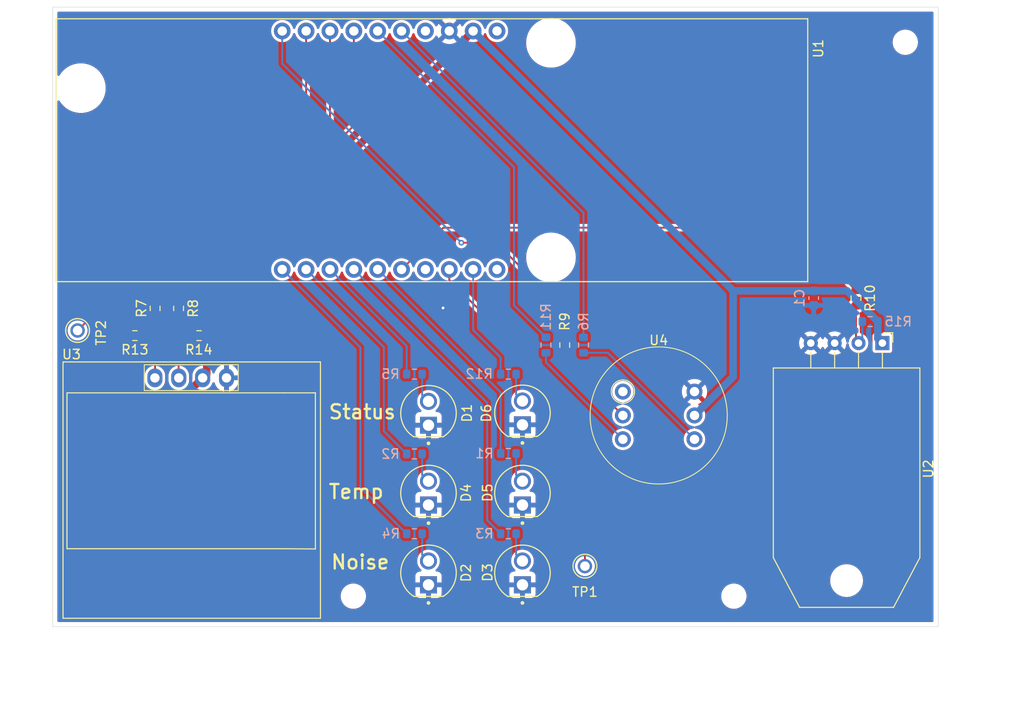
<source format=kicad_pcb>
(kicad_pcb (version 20241229) (generator "pcbnew") (generator_version "9.0")
  (layers (0 "F.Cu" signal) (2 "B.Cu" signal) (13 "F.Paste" user) (15 "B.Paste" user) (5 "F.SilkS" user "F.Silkscreen") (7 "B.SilkS" user "B.Silkscreen") (1 "F.Mask" user) (3 "B.Mask" user) (25 "Edge.Cuts" user))
  (net 0 "")
  (net 1 "+3.3V")
  (net 2 "GND")
  (net 3 "Net-(D1-PadA)")
  (net 4 "Net-(U1-GPIO2)")
  (net 5 "Net-(U1-GPIO3)")
  (net 6 "Net-(U1-GPIO4)")
  (net 7 "Net-(U1-GPIO5)")
  (net 8 "Net-(U2-SDA)")
  (net 9 "Net-(U1-GPIO13)")
  (net 10 "Net-(U3-SDA)")
  (net 11 "Net-(U1-GPIO14)")
  (net 12 "Net-(U3-SCL)")
  (net 13 "Net-(U1-GPIO15)")
  (net 14 "Net-(U1-GPIO16)")
  (net 15 "Net-(U1-GPIO32)")
  (net 16 "Net-(U1-GPIO33)")
  (net 21 "Net-(D4-PadA)")
  (net 22 "Net-(D2-PadA)")
  (net 23 "Net-(D3-PadA)")
  (net 25 "Net-(U1-GPI36)")
  (net 26 "Net-(U1-GPI35)")
  (net 27 "Net-(U4-SCK)")
  (net 28 "Net-(U4-SD)")
  (net 29 "Net-(D5-PadA)")
  (net 30 "Net-(D6-PadA)")
  (net 31 "Net-(U4-WS)")
  (net 32 "Net-(U1-GPIO0)")
  (net 33 "Net-(U1-GPIO1)")
  (footprint "Custom_Parts:5002" (layer "F.Cu") (at 77.65 80.95 -90)
    (property "Reference" "TP2" (at 0.25 -2.5 90) (layer "F.SilkS"))
    (property "Value" "5002" (hide yes))
    (fp_circle (center 0 0) (end 1.27 0) (stroke (width 0.127)) (fill no) (layer "F.SilkS"))
    (pad "TP" thru_hole circle (at 0 0 270) (size 1.53 1.53) (drill 1.02) (layers "*.Cu" "*.Mask") (net 6 "Net-(U1-GPIO4)"))
  )
  (footprint "Custom_Parts:Standard_LED_Throughhole" (layer "F.Cu") (at 125 106.77 90)
    (property "Reference" "D3" (at 0.04 -3.708 90) (layer "F.SilkS"))
    (property "Value" "LED" (hide yes))
    (fp_line (start -2.5 -1.566) (end -2.5 1.566) (stroke (width 0.127)) (layer "F.SilkS"))
    (fp_arc (start -2.5 -1.566) (mid 2.961291 0) (end -2.5 1.566) (stroke (width 0.127)) (layer "F.SilkS"))
    (fp_circle (center -3.2 0) (end -3.1 0) (stroke (width 0.2)) (fill no) (layer "F.SilkS"))
    (pad "A" thru_hole circle (at 1.27 0 90) (size 1.815 1.815) (drill 1.21) (layers "*.Cu" "*.Mask") (net 23 "Net-(D3-PadA)"))
    (pad "C" thru_hole rect (at -1.27 0 90) (size 1.815 1.815) (drill 1.21) (layers "*.Cu" "*.Mask") (net 2 "GND"))
  )
  (footprint "Custom_Parts:INMP441" (layer "F.Cu") (at 139.5 90)
    (property "Reference" "U4" (at 0 -8 0) (layer "F.SilkS"))
    (property "Value" "INMP441" (hide yes))
    (fp_circle (center -3.81 -2.54) (end -2.5654 -2.54) (stroke (width 0.1)) (fill no) (layer "F.SilkS"))
    (fp_circle (center 0 0) (end 7.3 0) (stroke (width 0.1)) (fill no) (layer "F.SilkS"))
    (pad "1" thru_hole circle (at -3.81 -2.54) (size 1.7 1.7) (drill 1) (layers "*.Cu" "*.Mask"))
    (pad "2" thru_hole circle (at 3.81 -2.54) (size 1.7 1.7) (drill 1) (layers "*.Cu" "*.Mask") (net 2 "GND"))
    (pad "3" thru_hole circle (at -3.81 0) (size 1.7 1.7) (drill 1) (layers "*.Cu" "*.Mask") (net 31 "Net-(U4-WS)"))
    (pad "4" thru_hole circle (at 3.81 0) (size 1.7 1.7) (drill 1) (layers "*.Cu" "*.Mask") (net 1 "+3.3V"))
    (pad "5" thru_hole circle (at -3.81 2.54) (size 1.7 1.7) (drill 1) (layers "*.Cu" "*.Mask") (net 27 "Net-(U4-SCK)"))
    (pad "6" thru_hole circle (at 3.81 2.54) (size 1.7 1.7) (drill 1) (layers "*.Cu" "*.Mask") (net 28 "Net-(U4-SD)"))
  )
  (footprint "MountingHole:MountingHole_2.2mm_M2" (layer "F.Cu") (at 165.75 50.25)
    (property "Reference" "H3" (hide yes))
    (property "Value" "MountingHole" (hide yes))
    (pad "" np_thru_hole circle (at 0 0) (size 2.2 2.2) (drill 2.2) (layers "*.Cu" "*.Mask"))
  )
  (footprint "Resistor_SMD:R_0603_1608Metric" (layer "F.Cu") (at 90.575 81.5)
    (property "Reference" "R14" (at -0.025 1.5 0) (layer "F.SilkS"))
    (property "Value" "0R" (hide yes))
    (fp_line (start -0.237258 -0.5225) (end 0.237258 -0.5225) (stroke (width 0.12)) (layer "F.SilkS"))
    (fp_line (start -0.237258 0.5225) (end 0.237258 0.5225) (stroke (width 0.12)) (layer "F.SilkS"))
    (pad "1" smd roundrect (at -0.825 0) (size 0.8 0.95) (layers "F.Cu" "F.Mask" "F.Paste") (net 10 "Net-(U3-SDA)"))
    (pad "2" smd roundrect (at 0.825 0) (size 0.8 0.95) (layers "F.Cu" "F.Mask" "F.Paste") (net 1 "+3.3V"))
  )
  (footprint "MountingHole:MountingHole_2.2mm_M2" (layer "F.Cu") (at 147.5 109.25)
    (property "Reference" "H2" (hide yes))
    (property "Value" "MountingHole" (hide yes))
    (pad "" np_thru_hole circle (at 0 0) (size 2.2 2.2) (drill 2.2) (layers "*.Cu" "*.Mask"))
  )
  (footprint "MountingHole:MountingHole_2.2mm_M2" (layer "F.Cu") (at 107 109.25)
    (property "Reference" "H1" (hide yes))
    (property "Value" "MountingHole" (hide yes))
    (pad "" np_thru_hole circle (at 0 0) (size 2.2 2.2) (drill 2.2) (layers "*.Cu" "*.Mask"))
  )
  (footprint "Custom_Parts:5002" (layer "F.Cu") (at 131.65 106.05 180)
    (property "Reference" "TP1" (at 0 -2.75 0) (layer "F.SilkS"))
    (property "Value" "5002" (hide yes))
    (fp_circle (center 0 0) (end 1.27 0) (stroke (width 0.127)) (fill no) (layer "F.SilkS"))
    (pad "TP" thru_hole circle (at 0 0 180) (size 1.53 1.53) (drill 1.02) (layers "*.Cu" "*.Mask") (net 26 "Net-(U1-GPI35)"))
  )
  (footprint "Custom_Parts:ESP32-POE" (layer "F.Cu") (at 115.363 61.75 -90)
    (property "Reference" "U1" (at -10.825 -41.135 90) (layer "F.SilkS"))
    (property "Value" "ESP32-POE")
    (fp_line (start -14 40) (end 14 40) (stroke (width 0.127)) (layer "F.SilkS"))
    (fp_line (start 14 40) (end 14 -40) (stroke (width 0.127)) (layer "F.SilkS"))
    (fp_line (start -14 -40) (end -14 40) (stroke (width 0.127)) (layer "F.SilkS"))
    (fp_line (start 14 -40) (end -14 -40) (stroke (width 0.127)) (layer "F.SilkS"))
    (pad "" np_thru_hole circle (at -11.44 -12.675 270) (size 2.2 2.2) (drill 2.2) (layers "*.Cu" "*.Mask"))
    (pad "" np_thru_hole circle (at -6.614 37.363 270) (size 2.2 2.2) (drill 2.2) (layers "*.Cu" "*.Mask"))
    (pad "" np_thru_hole circle (at 11.42 -12.675 270) (size 2.2 2.2) (drill 2.2) (layers "*.Cu" "*.Mask"))
    (pad "EXT1_1" thru_hole circle (at -12.7 -6.93 270) (size 1.778 1.778) (drill 1) (layers "*.Cu" "*.Mask"))
    (pad "EXT1_2" thru_hole circle (at -12.7 -4.39 270) (size 1.778 1.778) (drill 1) (layers "*.Cu" "*.Mask") (net 1 "+3.3V"))
    (pad "EXT1_3" thru_hole circle (at -12.7 -1.85 270) (size 1.778 1.778) (drill 1) (layers "*.Cu" "*.Mask") (net 2 "GND"))
    (pad "EXT1_4" thru_hole circle (at -12.7 0.69 270) (size 1.778 1.778) (drill 1) (layers "*.Cu" "*.Mask"))
    (pad "EXT1_5" thru_hole circle (at -12.7 3.23 270) (size 1.778 1.778) (drill 1) (layers "*.Cu" "*.Mask") (net 32 "Net-(U1-GPIO0)"))
    (pad "EXT1_6" thru_hole circle (at -12.7 5.77 270) (size 1.778 1.778) (drill 1) (layers "*.Cu" "*.Mask") (net 33 "Net-(U1-GPIO1)"))
    (pad "EXT1_7" thru_hole circle (at -12.7 8.31 270) (size 1.778 1.778) (drill 1) (layers "*.Cu" "*.Mask") (net 4 "Net-(U1-GPIO2)"))
    (pad "EXT1_8" thru_hole circle (at -12.7 10.85 270) (size 1.778 1.778) (drill 1) (layers "*.Cu" "*.Mask") (net 5 "Net-(U1-GPIO3)"))
    (pad "EXT1_9" thru_hole circle (at -12.7 13.39 270) (size 1.778 1.778) (drill 1) (layers "*.Cu" "*.Mask") (net 6 "Net-(U1-GPIO4)"))
    (pad "EXT1_10" thru_hole circle (at -12.7 15.93 270) (size 1.778 1.778) (drill 1) (layers "*.Cu" "*.Mask") (net 7 "Net-(U1-GPIO5)"))
    (pad "EXT2_1" thru_hole circle (at 12.7 -6.93 270) (size 1.778 1.778) (drill 1) (layers "*.Cu" "*.Mask"))
    (pad "EXT2_2" thru_hole circle (at 12.7 -4.39 270) (size 1.778 1.778) (drill 1) (layers "*.Cu" "*.Mask") (net 25 "Net-(U1-GPI36)"))
    (pad "EXT2_3" thru_hole circle (at 12.7 -1.85 270) (size 1.778 1.778) (drill 1) (layers "*.Cu" "*.Mask") (net 26 "Net-(U1-GPI35)"))
    (pad "EXT2_4" thru_hole circle (at 12.7 0.69 270) (size 1.778 1.778) (drill 1) (layers "*.Cu" "*.Mask"))
    (pad "EXT2_5" thru_hole circle (at 12.7 3.23 270) (size 1.778 1.778) (drill 1) (layers "*.Cu" "*.Mask") (net 16 "Net-(U1-GPIO33)"))
    (pad "EXT2_6" thru_hole circle (at 12.7 5.77 270) (size 1.778 1.778) (drill 1) (layers "*.Cu" "*.Mask") (net 15 "Net-(U1-GPIO32)"))
    (pad "EXT2_7" thru_hole circle (at 12.7 8.31 270) (size 1.778 1.778) (drill 1) (layers "*.Cu" "*.Mask") (net 14 "Net-(U1-GPIO16)"))
    (pad "EXT2_8" thru_hole circle (at 12.7 10.85 270) (size 1.778 1.778) (drill 1) (layers "*.Cu" "*.Mask") (net 13 "Net-(U1-GPIO15)"))
    (pad "EXT2_9" thru_hole circle (at 12.7 13.39 270) (size 1.778 1.778) (drill 1) (layers "*.Cu" "*.Mask") (net 11 "Net-(U1-GPIO14)"))
    (pad "EXT2_10" thru_hole circle (at 12.7 15.93 270) (size 1.778 1.778) (drill 1) (layers "*.Cu" "*.Mask") (net 9 "Net-(U1-GPIO13)"))
    (zone (net 0) (net_name "") (layer "F.Cu") (connect_pads (clearance 0)) (min_thickness 2.65)
      (keepout (tracks not_allowed) (vias not_allowed) (pads not_allowed) (copperpour not_allowed) (footprints allowed))
      (fill (thermal_gap 0.508) (thermal_bridge_width 0.508))
      (polygon (pts (xy 78 57.786) (xy 77.740255 57.77324) (xy 77.483011 57.735081) (xy 77.230746 57.671892) (xy 76.985889 57.584281) (xy 76.750799 57.473091) (xy 76.527739 57.339394) (xy 76.318858 57.184478) (xy 76.126167 57.009833) (xy 75.951522 56.817142) (xy 75.796606 56.608261) (xy 75.662909 56.385201) (xy 75.551719 56.150111) (xy 75.464108 55.905254) (xy 75.400919 55.652989) (xy 75.36276 55.395745) (xy 75.35 55.136) (xy 75.36276 54.876255) (xy 75.400919 54.619011) (xy 75.464108 54.366746) (xy 75.551719 54.121889) (xy 75.662909 53.886799) (xy 75.796606 53.663739) (xy 75.951522 53.454858) (xy 76.126167 53.262167) (xy 76.318858 53.087522) (xy 76.527739 52.932606) (xy 76.750799 52.798909) (xy 76.985889 52.687719) (xy 77.230746 52.600108) (xy 77.483011 52.536919) (xy 77.740255 52.49876) (xy 78 52.486) (xy 78.259745 52.49876) (xy 78.516989 52.536919) (xy 78.769254 52.600108) (xy 79.014111 52.687719) (xy 79.249201 52.798909) (xy 79.472261 52.932606) (xy 79.681142 53.087522) (xy 79.873833 53.262167) (xy 80.048478 53.454858) (xy 80.203394 53.663739) (xy 80.337091 53.886799) (xy 80.448281 54.121889) (xy 80.535892 54.366746) (xy 80.599081 54.619011) (xy 80.63724 54.876255) (xy 80.65 55.136) (xy 80.63724 55.395745) (xy 80.599081 55.652989) (xy 80.535892 55.905254) (xy 80.448281 56.150111) (xy 80.337091 56.385201) (xy 80.203394 56.608261) (xy 80.048478 56.817142) (xy 79.873833 57.009833) (xy 79.681142 57.184478) (xy 79.472261 57.339394) (xy 79.249201 57.473091) (xy 79.014111 57.584281) (xy 78.769254 57.671892) (xy 78.516989 57.735081) (xy 78.259745 57.77324)))
    )
    (zone (net 0) (net_name "") (layer "F.Cu") (connect_pads (clearance 0)) (min_thickness 2.65)
      (keepout (tracks not_allowed) (vias not_allowed) (pads not_allowed) (copperpour not_allowed) (footprints allowed))
      (fill (thermal_gap 0.508) (thermal_bridge_width 0.508))
      (polygon (pts (xy 128.038 52.96) (xy 127.778255 52.94724) (xy 127.521011 52.909081) (xy 127.268746 52.845892) (xy 127.023889 52.758281) (xy 126.788799 52.647091) (xy 126.565739 52.513394) (xy 126.356858 52.358478) (xy 126.164167 52.183833) (xy 125.989522 51.991142) (xy 125.834606 51.782261) (xy 125.700909 51.559201) (xy 125.589719 51.324111) (xy 125.502108 51.079254) (xy 125.438919 50.826989) (xy 125.40076 50.569745) (xy 125.388 50.31) (xy 125.40076 50.050255) (xy 125.438919 49.793011) (xy 125.502108 49.540746) (xy 125.589719 49.295889) (xy 125.700909 49.060799) (xy 125.834606 48.837739) (xy 125.989522 48.628858) (xy 126.164167 48.436167) (xy 126.356858 48.261522) (xy 126.565739 48.106606) (xy 126.788799 47.972909) (xy 127.023889 47.861719) (xy 127.268746 47.774108) (xy 127.521011 47.710919) (xy 127.778255 47.67276) (xy 128.038 47.66) (xy 128.297745 47.67276) (xy 128.554989 47.710919) (xy 128.807254 47.774108) (xy 129.052111 47.861719) (xy 129.287201 47.972909) (xy 129.510261 48.106606) (xy 129.719142 48.261522) (xy 129.911833 48.436167) (xy 130.086478 48.628858) (xy 130.241394 48.837739) (xy 130.375091 49.060799) (xy 130.486281 49.295889) (xy 130.573892 49.540746) (xy 130.637081 49.793011) (xy 130.67524 50.050255) (xy 130.688 50.31) (xy 130.67524 50.569745) (xy 130.637081 50.826989) (xy 130.573892 51.079254) (xy 130.486281 51.324111) (xy 130.375091 51.559201) (xy 130.241394 51.782261) (xy 130.086478 51.991142) (xy 129.911833 52.183833) (xy 129.719142 52.358478) (xy 129.510261 52.513394) (xy 129.287201 52.647091) (xy 129.052111 52.758281) (xy 128.807254 52.845892) (xy 128.554989 52.909081) (xy 128.297745 52.94724)))
    )
    (zone (net 0) (net_name "") (layer "F.Cu") (connect_pads (clearance 0)) (min_thickness 2.65)
      (keepout (tracks not_allowed) (vias not_allowed) (pads not_allowed) (copperpour not_allowed) (footprints allowed))
      (fill (thermal_gap 0.508) (thermal_bridge_width 0.508))
      (polygon (pts (xy 128.038 75.82) (xy 127.778255 75.80724) (xy 127.521011 75.769081) (xy 127.268746 75.705892) (xy 127.023889 75.618281) (xy 126.788799 75.507091) (xy 126.565739 75.373394) (xy 126.356858 75.218478) (xy 126.164167 75.043833) (xy 125.989522 74.851142) (xy 125.834606 74.642261) (xy 125.700909 74.419201) (xy 125.589719 74.184111) (xy 125.502108 73.939254) (xy 125.438919 73.686989) (xy 125.40076 73.429745) (xy 125.388 73.17) (xy 125.40076 72.910255) (xy 125.438919 72.653011) (xy 125.502108 72.400746) (xy 125.589719 72.155889) (xy 125.700909 71.920799) (xy 125.834606 71.697739) (xy 125.989522 71.488858) (xy 126.164167 71.296167) (xy 126.356858 71.121522) (xy 126.565739 70.966606) (xy 126.788799 70.832909) (xy 127.023889 70.721719) (xy 127.268746 70.634108) (xy 127.521011 70.570919) (xy 127.778255 70.53276) (xy 128.038 70.52) (xy 128.297745 70.53276) (xy 128.554989 70.570919) (xy 128.807254 70.634108) (xy 129.052111 70.721719) (xy 129.287201 70.832909) (xy 129.510261 70.966606) (xy 129.719142 71.121522) (xy 129.911833 71.296167) (xy 130.086478 71.488858) (xy 130.241394 71.697739) (xy 130.375091 71.920799) (xy 130.486281 72.155889) (xy 130.573892 72.400746) (xy 130.637081 72.653011) (xy 130.67524 72.910255) (xy 130.688 73.17) (xy 130.67524 73.429745) (xy 130.637081 73.686989) (xy 130.573892 73.939254) (xy 130.486281 74.184111) (xy 130.375091 74.419201) (xy 130.241394 74.642261) (xy 130.086478 74.851142) (xy 129.911833 75.043833) (xy 129.719142 75.218478) (xy 129.510261 75.373394) (xy 129.287201 75.507091) (xy 129.052111 75.618281) (xy 128.807254 75.705892) (xy 128.554989 75.769081) (xy 128.297745 75.80724)))
    )
    (zone (net 0) (net_name "") (layer "B.Cu") (connect_pads (clearance 0)) (min_thickness 2.65)
      (keepout (tracks not_allowed) (vias not_allowed) (pads not_allowed) (copperpour not_allowed) (footprints allowed))
      (fill (thermal_gap 0.508) (thermal_bridge_width 0.508))
      (polygon (pts (xy 78 57.786) (xy 77.740255 57.77324) (xy 77.483011 57.735081) (xy 77.230746 57.671892) (xy 76.985889 57.584281) (xy 76.750799 57.473091) (xy 76.527739 57.339394) (xy 76.318858 57.184478) (xy 76.126167 57.009833) (xy 75.951522 56.817142) (xy 75.796606 56.608261) (xy 75.662909 56.385201) (xy 75.551719 56.150111) (xy 75.464108 55.905254) (xy 75.400919 55.652989) (xy 75.36276 55.395745) (xy 75.35 55.136) (xy 75.36276 54.876255) (xy 75.400919 54.619011) (xy 75.464108 54.366746) (xy 75.551719 54.121889) (xy 75.662909 53.886799) (xy 75.796606 53.663739) (xy 75.951522 53.454858) (xy 76.126167 53.262167) (xy 76.318858 53.087522) (xy 76.527739 52.932606) (xy 76.750799 52.798909) (xy 76.985889 52.687719) (xy 77.230746 52.600108) (xy 77.483011 52.536919) (xy 77.740255 52.49876) (xy 78 52.486) (xy 78.259745 52.49876) (xy 78.516989 52.536919) (xy 78.769254 52.600108) (xy 79.014111 52.687719) (xy 79.249201 52.798909) (xy 79.472261 52.932606) (xy 79.681142 53.087522) (xy 79.873833 53.262167) (xy 80.048478 53.454858) (xy 80.203394 53.663739) (xy 80.337091 53.886799) (xy 80.448281 54.121889) (xy 80.535892 54.366746) (xy 80.599081 54.619011) (xy 80.63724 54.876255) (xy 80.65 55.136) (xy 80.63724 55.395745) (xy 80.599081 55.652989) (xy 80.535892 55.905254) (xy 80.448281 56.150111) (xy 80.337091 56.385201) (xy 80.203394 56.608261) (xy 80.048478 56.817142) (xy 79.873833 57.009833) (xy 79.681142 57.184478) (xy 79.472261 57.339394) (xy 79.249201 57.473091) (xy 79.014111 57.584281) (xy 78.769254 57.671892) (xy 78.516989 57.735081) (xy 78.259745 57.77324)))
    )
    (zone (net 0) (net_name "") (layer "B.Cu") (connect_pads (clearance 0)) (min_thickness 2.65)
      (keepout (tracks not_allowed) (vias not_allowed) (pads not_allowed) (copperpour not_allowed) (footprints allowed))
      (fill (thermal_gap 0.508) (thermal_bridge_width 0.508))
      (polygon (pts (xy 128.038 52.96) (xy 127.778255 52.94724) (xy 127.521011 52.909081) (xy 127.268746 52.845892) (xy 127.023889 52.758281) (xy 126.788799 52.647091) (xy 126.565739 52.513394) (xy 126.356858 52.358478) (xy 126.164167 52.183833) (xy 125.989522 51.991142) (xy 125.834606 51.782261) (xy 125.700909 51.559201) (xy 125.589719 51.324111) (xy 125.502108 51.079254) (xy 125.438919 50.826989) (xy 125.40076 50.569745) (xy 125.388 50.31) (xy 125.40076 50.050255) (xy 125.438919 49.793011) (xy 125.502108 49.540746) (xy 125.589719 49.295889) (xy 125.700909 49.060799) (xy 125.834606 48.837739) (xy 125.989522 48.628858) (xy 126.164167 48.436167) (xy 126.356858 48.261522) (xy 126.565739 48.106606) (xy 126.788799 47.972909) (xy 127.023889 47.861719) (xy 127.268746 47.774108) (xy 127.521011 47.710919) (xy 127.778255 47.67276) (xy 128.038 47.66) (xy 128.297745 47.67276) (xy 128.554989 47.710919) (xy 128.807254 47.774108) (xy 129.052111 47.861719) (xy 129.287201 47.972909) (xy 129.510261 48.106606) (xy 129.719142 48.261522) (xy 129.911833 48.436167) (xy 130.086478 48.628858) (xy 130.241394 48.837739) (xy 130.375091 49.060799) (xy 130.486281 49.295889) (xy 130.573892 49.540746) (xy 130.637081 49.793011) (xy 130.67524 50.050255) (xy 130.688 50.31) (xy 130.67524 50.569745) (xy 130.637081 50.826989) (xy 130.573892 51.079254) (xy 130.486281 51.324111) (xy 130.375091 51.559201) (xy 130.241394 51.782261) (xy 130.086478 51.991142) (xy 129.911833 52.183833) (xy 129.719142 52.358478) (xy 129.510261 52.513394) (xy 129.287201 52.647091) (xy 129.052111 52.758281) (xy 128.807254 52.845892) (xy 128.554989 52.909081) (xy 128.297745 52.94724)))
    )
    (zone (net 0) (net_name "") (layer "B.Cu") (connect_pads (clearance 0)) (min_thickness 2.65)
      (keepout (tracks not_allowed) (vias not_allowed) (pads not_allowed) (copperpour not_allowed) (footprints allowed))
      (fill (thermal_gap 0.508) (thermal_bridge_width 0.508))
      (polygon (pts (xy 128.038 75.82) (xy 127.778255 75.80724) (xy 127.521011 75.769081) (xy 127.268746 75.705892) (xy 127.023889 75.618281) (xy 126.788799 75.507091) (xy 126.565739 75.373394) (xy 126.356858 75.218478) (xy 126.164167 75.043833) (xy 125.989522 74.851142) (xy 125.834606 74.642261) (xy 125.700909 74.419201) (xy 125.589719 74.184111) (xy 125.502108 73.939254) (xy 125.438919 73.686989) (xy 125.40076 73.429745) (xy 125.388 73.17) (xy 125.40076 72.910255) (xy 125.438919 72.653011) (xy 125.502108 72.400746) (xy 125.589719 72.155889) (xy 125.700909 71.920799) (xy 125.834606 71.697739) (xy 125.989522 71.488858) (xy 126.164167 71.296167) (xy 126.356858 71.121522) (xy 126.565739 70.966606) (xy 126.788799 70.832909) (xy 127.023889 70.721719) (xy 127.268746 70.634108) (xy 127.521011 70.570919) (xy 127.778255 70.53276) (xy 128.038 70.52) (xy 128.297745 70.53276) (xy 128.554989 70.570919) (xy 128.807254 70.634108) (xy 129.052111 70.721719) (xy 129.287201 70.832909) (xy 129.510261 70.966606) (xy 129.719142 71.121522) (xy 129.911833 71.296167) (xy 130.086478 71.488858) (xy 130.241394 71.697739) (xy 130.375091 71.920799) (xy 130.486281 72.155889) (xy 130.573892 72.400746) (xy 130.637081 72.653011) (xy 130.67524 72.910255) (xy 130.688 73.17) (xy 130.67524 73.429745) (xy 130.637081 73.686989) (xy 130.573892 73.939254) (xy 130.486281 74.184111) (xy 130.375091 74.419201) (xy 130.241394 74.642261) (xy 130.086478 74.851142) (xy 129.911833 75.043833) (xy 129.719142 75.218478) (xy 129.510261 75.373394) (xy 129.287201 75.507091) (xy 129.052111 75.618281) (xy 128.807254 75.705892) (xy 128.554989 75.769081) (xy 128.297745 75.80724)))
    )
  )
  (footprint "Custom_Parts:Standard_LED_Throughhole" (layer "F.Cu") (at 115 89.77 90)
    (property "Reference" "D1" (at 0.02 4.1 90) (layer "F.SilkS"))
    (property "Value" "LED" (hide yes))
    (fp_line (start -2.5 -1.566) (end -2.5 1.566) (stroke (width 0.127)) (layer "F.SilkS"))
    (fp_arc (start -2.5 -1.566) (mid 2.961291 0) (end -2.5 1.566) (stroke (width 0.127)) (layer "F.SilkS"))
    (fp_circle (center -3.2 0) (end -3.1 0) (stroke (width 0.2)) (fill no) (layer "F.SilkS"))
    (pad "A" thru_hole circle (at 1.27 0 90) (size 1.815 1.815) (drill 1.21) (layers "*.Cu" "*.Mask") (net 3 "Net-(D1-PadA)"))
    (pad "C" thru_hole rect (at -1.27 0 90) (size 1.815 1.815) (drill 1.21) (layers "*.Cu" "*.Mask") (net 2 "GND"))
  )
  (footprint "Custom_Parts:Standard_LED_Throughhole" (layer "F.Cu") (at 125 98.27 90)
    (property "Reference" "D5" (at 0.04 -3.708 90) (layer "F.SilkS"))
    (property "Value" "LED" (hide yes))
    (fp_line (start -2.5 -1.566) (end -2.5 1.566) (stroke (width 0.127)) (layer "F.SilkS"))
    (fp_arc (start -2.5 -1.566) (mid 2.961291 0) (end -2.5 1.566) (stroke (width 0.127)) (layer "F.SilkS"))
    (fp_circle (center -3.2 0) (end -3.1 0) (stroke (width 0.2)) (fill no) (layer "F.SilkS"))
    (pad "A" thru_hole circle (at 1.27 0 90) (size 1.815 1.815) (drill 1.21) (layers "*.Cu" "*.Mask") (net 29 "Net-(D5-PadA)"))
    (pad "C" thru_hole rect (at -1.27 0 90) (size 1.815 1.815) (drill 1.21) (layers "*.Cu" "*.Mask") (net 2 "GND"))
  )
  (footprint "Sensor:ASAIR_AM2302_P2.54mm_Lead2.75mm_TabDown" (layer "F.Cu") (at 163.31 82.2925 -90)
    (property "Reference" "U2" (at 13.4 -4.9 90) (layer "F.SilkS"))
    (property "Value" "AM2302")
    (fp_line (start 2.65 11.61) (end 2.65 -3.99) (stroke (width 0.12)) (layer "F.SilkS"))
    (fp_line (start 22.85 11.61) (end 2.65 11.61) (stroke (width 0.12)) (layer "F.SilkS"))
    (fp_line (start 28.15 8.81) (end 22.85 11.61) (stroke (width 0.12)) (layer "F.SilkS"))
    (fp_line (start 1.01 7.62) (end 2.65 7.62) (stroke (width 0.12)) (layer "F.SilkS"))
    (fp_line (start 1.01 5.08) (end 2.65 5.08) (stroke (width 0.12)) (layer "F.SilkS"))
    (fp_line (start 1.01 2.54) (end 2.65 2.54) (stroke (width 0.12)) (layer "F.SilkS"))
    (fp_line (start 1.01 0) (end 2.65 0) (stroke (width 0.12)) (layer "F.SilkS"))
    (fp_line (start -1.1 -0.1) (end -1.1 -1.1) (stroke (width 0.12)) (layer "F.SilkS"))
    (fp_line (start -1.1 -1.1) (end -0.1 -1.1) (stroke (width 0.12)) (layer "F.SilkS"))
    (fp_line (start 28.15 -1.19) (end 28.15 8.81) (stroke (width 0.12)) (layer "F.SilkS"))
    (fp_line (start 2.65 -3.99) (end 22.85 -3.99) (stroke (width 0.12)) (layer "F.SilkS"))
    (fp_line (start 22.85 -3.99) (end 28.15 -1.19) (stroke (width 0.12)) (layer "F.SilkS"))
    (pad "" np_thru_hole circle (at 25.3 3.81 270) (size 3 3) (drill 3) (layers "*.Cu" "*.Mask"))
    (pad "1" thru_hole rect (at 0 0 270) (size 1.5 1.5) (drill 0.8) (layers "*.Cu" "*.Mask") (net 1 "+3.3V"))
    (pad "2" thru_hole circle (at 0 2.54 270) (size 1.5 1.5) (drill 0.8) (layers "*.Cu" "*.Mask") (net 8 "Net-(U2-SDA)"))
    (pad "3" thru_hole circle (at 0 5.08 270) (size 1.5 1.5) (drill 0.8) (layers "*.Cu" "*.Mask") (net 2 "GND"))
    (pad "4" thru_hole circle (at 0 7.62 270) (size 1.5 1.5) (drill 0.8) (layers "*.Cu" "*.Mask") (net 2 "GND"))
  )
  (footprint "Resistor_SMD:R_0603_1608Metric" (layer "F.Cu") (at 83.75 81.5 180)
    (property "Reference" "R13" (at 0 -1.5 0) (layer "F.SilkS"))
    (property "Value" "0R" (hide yes))
    (fp_line (start -0.237258 0.5225) (end 0.237258 0.5225) (stroke (width 0.12)) (layer "F.SilkS"))
    (fp_line (start -0.237258 -0.5225) (end 0.237258 -0.5225) (stroke (width 0.12)) (layer "F.SilkS"))
    (pad "1" smd roundrect (at -0.825 0 180) (size 0.8 0.95) (layers "F.Cu" "F.Mask" "F.Paste") (net 12 "Net-(U3-SCL)"))
    (pad "2" smd roundrect (at 0.825 0 180) (size 0.8 0.95) (layers "F.Cu" "F.Mask" "F.Paste") (net 1 "+3.3V"))
  )
  (footprint "Custom_Parts:SSD1306" (layer "F.Cu") (at 89.5 96.6)
    (property "Reference" "U3" (at -12.5 -13.1 0) (layer "F.SilkS"))
    (property "Value" "SSD1306" (hide yes))
    (fp_line (start -13.4 -12.3) (end 14 -12.3) (stroke (width 0.12)) (layer "F.SilkS"))
    (fp_line (start -13.4 15) (end -13.4 -12.3) (stroke (width 0.12)) (layer "F.SilkS"))
    (fp_line (start -12.978 -9.005) (end 10.122 -9.005) (stroke (width 0.12)) (layer "F.SilkS"))
    (fp_line (start -12.978 7.595) (end -12.978 -9.005) (stroke (width 0.12)) (layer "F.SilkS"))
    (fp_line (start 10.122 -9.005) (end 13.208 -9.005) (stroke (width 0.12)) (layer "F.SilkS"))
    (fp_line (start 10.122 7.595) (end -12.978 7.595) (stroke (width 0.12)) (layer "F.SilkS"))
    (fp_line (start 10.122 7.595) (end 13.462 7.62) (stroke (width 0.12)) (layer "F.SilkS"))
    (fp_line (start 13.462 -9.017) (end 13.208 -9.005) (stroke (width 0.12)) (layer "F.SilkS"))
    (fp_line (start 13.462 7.62) (end 13.462 -9.017) (stroke (width 0.12)) (layer "F.SilkS"))
    (fp_line (start 14 -12.3) (end 14 15) (stroke (width 0.12)) (layer "F.SilkS"))
    (fp_line (start 14 15) (end -13.4 15) (stroke (width 0.12)) (layer "F.SilkS"))
    (fp_rect (start -4.75 -12) (end 5.25 -9.25) (stroke (width 0.1)) (fill no) (layer "F.SilkS"))
    (pad "1" thru_hole oval (at -3.62 -10.6 90) (size 2 1.6) (drill 1) (layers "*.Cu" "*.Mask") (net 12 "Net-(U3-SCL)"))
    (pad "2" thru_hole oval (at -1.08 -10.6 90) (size 2 1.6) (drill 1) (layers "*.Cu" "*.Mask") (net 10 "Net-(U3-SDA)"))
    (pad "3" thru_hole oval (at 1.46 -10.6 90) (size 2 1.6) (drill 1) (layers "*.Cu" "*.Mask") (net 1 "+3.3V"))
    (pad "4" thru_hole oval (at 4 -10.6 90) (size 2 1.6) (drill 1) (layers "*.Cu" "*.Mask") (net 2 "GND"))
  )
  (footprint "Custom_Parts:Standard_LED_Throughhole" (layer "F.Cu") (at 115 106.77 90)
    (property "Reference" "D2" (at 0 4 90) (layer "F.SilkS"))
    (property "Value" "LED" (hide yes))
    (fp_line (start -2.5 -1.566) (end -2.5 1.566) (stroke (width 0.127)) (layer "F.SilkS"))
    (fp_arc (start -2.5 -1.566) (mid 2.961291 0) (end -2.5 1.566) (stroke (width 0.127)) (layer "F.SilkS"))
    (fp_circle (center -3.2 0) (end -3.1 0) (stroke (width 0.2)) (fill no) (layer "F.SilkS"))
    (pad "A" thru_hole circle (at 1.27 0 90) (size 1.815 1.815) (drill 1.21) (layers "*.Cu" "*.Mask") (net 22 "Net-(D2-PadA)"))
    (pad "C" thru_hole rect (at -1.27 0 90) (size 1.815 1.815) (drill 1.21) (layers "*.Cu" "*.Mask") (net 2 "GND"))
  )
  (footprint "Custom_Parts:Standard_LED_Throughhole" (layer "F.Cu") (at 115 98.27 90)
    (property "Reference" "D4" (at 0.02 4 90) (layer "F.SilkS"))
    (property "Value" "LED" (hide yes))
    (fp_line (start -2.5 -1.566) (end -2.5 1.566) (stroke (width 0.127)) (layer "F.SilkS"))
    (fp_arc (start -2.5 -1.566) (mid 2.961291 0) (end -2.5 1.566) (stroke (width 0.127)) (layer "F.SilkS"))
    (fp_circle (center -3.2 0) (end -3.1 0) (stroke (width 0.2)) (fill no) (layer "F.SilkS"))
    (pad "A" thru_hole circle (at 1.27 0 90) (size 1.815 1.815) (drill 1.21) (layers "*.Cu" "*.Mask") (net 21 "Net-(D4-PadA)"))
    (pad "C" thru_hole rect (at -1.27 0 90) (size 1.815 1.815) (drill 1.21) (layers "*.Cu" "*.Mask") (net 2 "GND"))
  )
  (footprint "Resistor_SMD:R_0603_1608Metric" (layer "F.Cu") (at 85.9 78.6 90)
    (property "Reference" "R7" (at 0 -1.45 270) (layer "F.SilkS"))
    (property "Value" "0R" (hide yes))
    (fp_line (start -0.237258 -0.5225) (end 0.237258 -0.5225) (stroke (width 0.12)) (layer "F.SilkS"))
    (fp_line (start -0.237258 0.5225) (end 0.237258 0.5225) (stroke (width 0.12)) (layer "F.SilkS"))
    (pad "1" smd roundrect (at -0.825 0 90) (size 0.8 0.95) (layers "F.Cu" "F.Mask" "F.Paste") (net 12 "Net-(U3-SCL)"))
    (pad "2" smd roundrect (at 0.825 0 90) (size 0.8 0.95) (layers "F.Cu" "F.Mask" "F.Paste") (net 5 "Net-(U1-GPIO3)"))
  )
  (footprint "Resistor_SMD:R_0603_1608Metric" (layer "F.Cu") (at 160.5 77.5 -90)
    (property "Reference" "R10" (at 0 -1.5 270) (layer "F.SilkS"))
    (property "Value" "0R" (hide yes))
    (fp_line (start -0.237258 0.5225) (end 0.237258 0.5225) (stroke (width 0.12)) (layer "F.SilkS"))
    (fp_line (start -0.237258 -0.5225) (end 0.237258 -0.5225) (stroke (width 0.12)) (layer "F.SilkS"))
    (pad "1" smd roundrect (at -0.825 0 270) (size 0.8 0.95) (layers "F.Cu" "F.Mask" "F.Paste") (net 16 "Net-(U1-GPIO33)"))
    (pad "2" smd roundrect (at 0.825 0 270) (size 0.8 0.95) (layers "F.Cu" "F.Mask" "F.Paste") (net 8 "Net-(U2-SDA)"))
  )
  (footprint "Resistor_SMD:R_0603_1608Metric" (layer "F.Cu") (at 88.4 78.6 90)
    (property "Reference" "R8" (at 0 1.55 90) (layer "F.SilkS"))
    (property "Value" "0R" (hide yes))
    (fp_line (start -0.237258 -0.5225) (end 0.237258 -0.5225) (stroke (width 0.12)) (layer "F.SilkS"))
    (fp_line (start -0.237258 0.5225) (end 0.237258 0.5225) (stroke (width 0.12)) (layer "F.SilkS"))
    (pad "1" smd roundrect (at -0.825 0 90) (size 0.8 0.95) (layers "F.Cu" "F.Mask" "F.Paste") (net 10 "Net-(U3-SDA)"))
    (pad "2" smd roundrect (at 0.825 0 90) (size 0.8 0.95) (layers "F.Cu" "F.Mask" "F.Paste") (net 4 "Net-(U1-GPIO2)"))
  )
  (footprint "Resistor_SMD:R_0603_1608Metric" (layer "F.Cu") (at 129.5 82.5 -90)
    (property "Reference" "R9" (at -2.5 0 90) (layer "F.SilkS"))
    (property "Value" "0R" (hide yes))
    (fp_line (start -0.237258 0.5225) (end 0.237258 0.5225) (stroke (width 0.12)) (layer "F.SilkS"))
    (fp_line (start -0.237258 -0.5225) (end 0.237258 -0.5225) (stroke (width 0.12)) (layer "F.SilkS"))
    (pad "1" smd roundrect (at -0.825 0 270) (size 0.8 0.95) (layers "F.Cu" "F.Mask" "F.Paste") (net 7 "Net-(U1-GPIO5)"))
    (pad "2" smd roundrect (at 0.825 0 270) (size 0.8 0.95) (layers "F.Cu" "F.Mask" "F.Paste") (net 31 "Net-(U4-WS)"))
  )
  (footprint "Custom_Parts:Standard_LED_Throughhole" (layer "F.Cu") (at 125 89.73 90)
    (property "Reference" "D6" (at -0.02 -3.85 90) (layer "F.SilkS"))
    (property "Value" "LED" (hide yes))
    (fp_line (start -2.5 -1.566) (end -2.5 1.566) (stroke (width 0.127)) (layer "F.SilkS"))
    (fp_arc (start -2.5 -1.566) (mid 2.961291 0) (end -2.5 1.566) (stroke (width 0.127)) (layer "F.SilkS"))
    (fp_circle (center -3.2 0) (end -3.1 0) (stroke (width 0.2)) (fill no) (layer "F.SilkS"))
    (pad "A" thru_hole circle (at 1.27 0 90) (size 1.815 1.815) (drill 1.21) (layers "*.Cu" "*.Mask") (net 30 "Net-(D6-PadA)"))
    (pad "C" thru_hole rect (at -1.27 0 90) (size 1.815 1.815) (drill 1.21) (layers "*.Cu" "*.Mask") (net 2 "GND"))
  )
  (footprint "Capacitor_SMD:C_0603_1608Metric" (layer "B.Cu") (at 156 77.5 90)
    (property "Reference" "C1" (at 0 -1.5 90) (layer "B.SilkS") (effects (justify mirror)))
    (property "Value" "0.1µF" (hide yes))
    (fp_line (start -0.14058 -0.51) (end 0.14058 -0.51) (stroke (width 0.12)) (layer "B.SilkS"))
    (fp_line (start -0.14058 0.51) (end 0.14058 0.51) (stroke (width 0.12)) (layer "B.SilkS"))
    (pad "1" smd roundrect (at -0.775 0 90) (size 0.9 0.95) (layers "B.Cu" "B.Mask" "B.Paste") (net 2 "GND"))
    (pad "2" smd roundrect (at 0.775 0 90) (size 0.9 0.95) (layers "B.Cu" "B.Mask" "B.Paste") (net 1 "+3.3V"))
  )
  (footprint "Resistor_SMD:R_0603_1608Metric" (layer "B.Cu") (at 123.5 94.05)
    (property "Reference" "R1" (at -2.55 0 0) (layer "B.SilkS") (effects (justify mirror)))
    (property "Value" "68R" (hide yes))
    (fp_line (start -0.237258 -0.5225) (end 0.237258 -0.5225) (stroke (width 0.12)) (layer "B.SilkS"))
    (fp_line (start -0.237258 0.5225) (end 0.237258 0.5225) (stroke (width 0.12)) (layer "B.SilkS"))
    (pad "1" smd roundrect (at -0.825 0) (size 0.8 0.95) (layers "B.Cu" "B.Mask" "B.Paste") (net 15 "Net-(U1-GPIO32)"))
    (pad "2" smd roundrect (at 0.825 0) (size 0.8 0.95) (layers "B.Cu" "B.Mask" "B.Paste") (net 29 "Net-(D5-PadA)"))
  )
  (footprint "Resistor_SMD:R_0603_1608Metric" (layer "B.Cu") (at 123.5 102.6 180)
    (property "Reference" "R3" (at 2.55 0 0) (layer "B.SilkS") (effects (justify mirror)))
    (property "Value" "68R" (hide yes))
    (fp_line (start -0.237258 0.5225) (end 0.237258 0.5225) (stroke (width 0.12)) (layer "B.SilkS"))
    (fp_line (start -0.237258 -0.5225) (end 0.237258 -0.5225) (stroke (width 0.12)) (layer "B.SilkS"))
    (pad "1" smd roundrect (at -0.825 0 180) (size 0.8 0.95) (layers "B.Cu" "B.Mask" "B.Paste") (net 23 "Net-(D3-PadA)"))
    (pad "2" smd roundrect (at 0.825 0 180) (size 0.8 0.95) (layers "B.Cu" "B.Mask" "B.Paste") (net 14 "Net-(U1-GPIO16)"))
  )
  (footprint "Resistor_SMD:R_0603_1608Metric" (layer "B.Cu") (at 131.5 82.5 90)
    (property "Reference" "R6" (at 2.5 0 270) (layer "B.SilkS") (effects (justify mirror)))
    (property "Value" "0R" (hide yes))
    (fp_line (start -0.237258 -0.5225) (end 0.237258 -0.5225) (stroke (width 0.12)) (layer "B.SilkS"))
    (fp_line (start -0.237258 0.5225) (end 0.237258 0.5225) (stroke (width 0.12)) (layer "B.SilkS"))
    (pad "1" smd roundrect (at -0.825 0 90) (size 0.8 0.95) (layers "B.Cu" "B.Mask" "B.Paste") (net 28 "Net-(U4-SD)"))
    (pad "2" smd roundrect (at 0.825 0 90) (size 0.8 0.95) (layers "B.Cu" "B.Mask" "B.Paste") (net 32 "Net-(U1-GPIO0)"))
  )
  (footprint "Resistor_SMD:R_0603_1608Metric" (layer "B.Cu") (at 127.5 82.5 90)
    (property "Reference" "R11" (at 3 0 270) (layer "B.SilkS") (effects (justify mirror)))
    (property "Value" "0R" (hide yes))
    (fp_line (start -0.237258 -0.5225) (end 0.237258 -0.5225) (stroke (width 0.12)) (layer "B.SilkS"))
    (fp_line (start -0.237258 0.5225) (end 0.237258 0.5225) (stroke (width 0.12)) (layer "B.SilkS"))
    (pad "1" smd roundrect (at -0.825 0 90) (size 0.8 0.95) (layers "B.Cu" "B.Mask" "B.Paste") (net 27 "Net-(U4-SCK)"))
    (pad "2" smd roundrect (at 0.825 0 90) (size 0.8 0.95) (layers "B.Cu" "B.Mask" "B.Paste") (net 33 "Net-(U1-GPIO1)"))
  )
  (footprint "Resistor_SMD:R_0603_1608Metric" (layer "B.Cu") (at 113.5 102.6 180)
    (property "Reference" "R4" (at 2.5 0 0) (layer "B.SilkS") (effects (justify mirror)))
    (property "Value" "68R" (hide yes))
    (fp_line (start -0.237258 0.5225) (end 0.237258 0.5225) (stroke (width 0.12)) (layer "B.SilkS"))
    (fp_line (start -0.237258 -0.5225) (end 0.237258 -0.5225) (stroke (width 0.12)) (layer "B.SilkS"))
    (pad "1" smd roundrect (at -0.825 0 180) (size 0.8 0.95) (layers "B.Cu" "B.Mask" "B.Paste") (net 22 "Net-(D2-PadA)"))
    (pad "2" smd roundrect (at 0.825 0 180) (size 0.8 0.95) (layers "B.Cu" "B.Mask" "B.Paste") (net 9 "Net-(U1-GPIO13)"))
  )
  (footprint "Resistor_SMD:R_0603_1608Metric" (layer "B.Cu") (at 113.5 85.6 180)
    (property "Reference" "R5" (at 2.55 0 0) (layer "B.SilkS") (effects (justify mirror)))
    (property "Value" "68R" (hide yes))
    (fp_line (start -0.237258 0.5225) (end 0.237258 0.5225) (stroke (width 0.12)) (layer "B.SilkS"))
    (fp_line (start -0.237258 -0.5225) (end 0.237258 -0.5225) (stroke (width 0.12)) (layer "B.SilkS"))
    (pad "1" smd roundrect (at -0.825 0 180) (size 0.8 0.95) (layers "B.Cu" "B.Mask" "B.Paste") (net 3 "Net-(D1-PadA)"))
    (pad "2" smd roundrect (at 0.825 0 180) (size 0.8 0.95) (layers "B.Cu" "B.Mask" "B.Paste") (net 13 "Net-(U1-GPIO15)"))
  )
  (footprint "Resistor_SMD:R_0603_1608Metric" (layer "B.Cu") (at 162 80)
    (property "Reference" "R15" (at 3 0 0) (layer "B.SilkS") (effects (justify mirror)))
    (property "Value" "10K" (hide yes))
    (fp_line (start -0.237258 -0.5225) (end 0.237258 -0.5225) (stroke (width 0.12)) (layer "B.SilkS"))
    (fp_line (start -0.237258 0.5225) (end 0.237258 0.5225) (stroke (width 0.12)) (layer "B.SilkS"))
    (pad "1" smd roundrect (at -0.825 0) (size 0.8 0.95) (layers "B.Cu" "B.Mask" "B.Paste") (net 8 "Net-(U2-SDA)"))
    (pad "2" smd roundrect (at 0.825 0) (size 0.8 0.95) (layers "B.Cu" "B.Mask" "B.Paste") (net 1 "+3.3V"))
  )
  (footprint "Resistor_SMD:R_0603_1608Metric" (layer "B.Cu") (at 113.5 94.1 180)
    (property "Reference" "R2" (at 2.55 0 0) (layer "B.SilkS") (effects (justify mirror)))
    (property "Value" "68R" (hide yes))
    (fp_line (start -0.237258 0.5225) (end 0.237258 0.5225) (stroke (width 0.12)) (layer "B.SilkS"))
    (fp_line (start -0.237258 -0.5225) (end 0.237258 -0.5225) (stroke (width 0.12)) (layer "B.SilkS"))
    (pad "1" smd roundrect (at -0.825 0 180) (size 0.8 0.95) (layers "B.Cu" "B.Mask" "B.Paste") (net 21 "Net-(D4-PadA)"))
    (pad "2" smd roundrect (at 0.825 0 180) (size 0.8 0.95) (layers "B.Cu" "B.Mask" "B.Paste") (net 11 "Net-(U1-GPIO14)"))
  )
  (footprint "Resistor_SMD:R_0603_1608Metric" (layer "B.Cu") (at 123.5 85.6)
    (property "Reference" "R12" (at -3.1 -0.025 0) (layer "B.SilkS") (effects (justify mirror)))
    (property "Value" "68R" (hide yes))
    (fp_line (start -0.237258 -0.5225) (end 0.237258 -0.5225) (stroke (width 0.12)) (layer "B.SilkS"))
    (fp_line (start -0.237258 0.5225) (end 0.237258 0.5225) (stroke (width 0.12)) (layer "B.SilkS"))
    (pad "1" smd roundrect (at -0.825 0) (size 0.8 0.95) (layers "B.Cu" "B.Mask" "B.Paste") (net 25 "Net-(U1-GPI36)"))
    (pad "2" smd roundrect (at 0.825 0) (size 0.8 0.95) (layers "B.Cu" "B.Mask" "B.Paste") (net 30 "Net-(D6-PadA)"))
  )
  (gr_rect (start 75 46.5) (end 169.25 112.5) (stroke (width 0.05)) (fill no) (layer "Edge.Cuts"))
  (gr_text "Noise\n" (at 104.5 106.5 0) (layer "F.SilkS") (effects (font (size 1.5 1.5) (thickness 0.25)) (justify left bottom)))
  (gr_text "Temp\n" (at 104.25 99 0) (layer "F.SilkS") (effects (font (size 1.5 1.5) (thickness 0.25)) (justify left bottom)))
  (gr_text "Status\n" (at 104.25 90.5 0) (layer "F.SilkS") (effects (font (size 1.5 1.5) (thickness 0.25)) (justify left bottom)))
  (segment (start 85.05 87.8) (end 82.925 85.675) (width 0.8) (layer "F.Cu") (net 1))
  (segment (start 119.753 49.05) (end 91.4 77.403) (width 0.8) (layer "F.Cu") (net 1))
  (segment (start 91.4 81.5) (end 91.4 85.56) (width 0.8) (layer "F.Cu") (net 1))
  (segment (start 90.96 86) (end 89.16 87.8) (width 0.8) (layer "F.Cu") (net 1))
  (segment (start 91.4 85.56) (end 90.96 86) (width 0.8) (layer "F.Cu") (net 1))
  (segment (start 82.925 85.675) (end 82.925 81.5) (width 0.8) (layer "F.Cu") (net 1))
  (segment (start 91.4 77.403) (end 91.4 81.5) (width 0.8) (layer "F.Cu") (net 1))
  (segment (start 89.16 87.8) (end 85.05 87.8) (width 0.8) (layer "F.Cu") (net 1))
  (segment (start 162.825 81.8075) (end 163.31 82.2925) (width 0.8) (layer "B.Cu") (net 1))
  (segment (start 147.428 85.882) (end 143.31 90) (width 0.8) (layer "B.Cu") (net 1))
  (segment (start 147.428 76.725) (end 156 76.725) (width 0.8) (layer "B.Cu") (net 1))
  (segment (start 156 76.725) (end 159.55 76.725) (width 0.8) (layer "B.Cu") (net 1))
  (segment (start 159.55 76.725) (end 162.825 80) (width 0.8) (layer "B.Cu") (net 1))
  (segment (start 162.825 80) (end 162.825 81.8075) (width 0.8) (layer "B.Cu") (net 1))
  (segment (start 119.753 49.05) (end 147.428 76.725) (width 0.8) (layer "B.Cu") (net 1))
  (segment (start 147.428 76.725) (end 147.428 85.882) (width 0.8) (layer "B.Cu") (net 1))
  (via (at 116.55 78.55) (size 0.6) (drill 0.3) (layers "F.Cu" "B.Cu") (net 2))
  (segment (start 114.325 87.825) (end 115 88.5) (width 0.2) (layer "B.Cu") (net 3))
  (segment (start 114.325 85.6) (end 114.325 87.825) (width 0.2) (layer "B.Cu") (net 3))
  (segment (start 107.053 49.05) (end 107.053 59.122) (width 0.2) (layer "F.Cu") (net 4))
  (segment (start 107.053 59.122) (end 88.4 77.775) (width 0.2) (layer "F.Cu") (net 4))
  (segment (start 104.513 49.05) (end 104.513 59.162) (width 0.2) (layer "F.Cu") (net 5))
  (segment (start 104.513 59.162) (end 85.9 77.775) (width 0.2) (layer "F.Cu") (net 5))
  (segment (start 101.973 49.05) (end 101.973 56.627) (width 0.2) (layer "F.Cu") (net 6))
  (segment (start 101.973 56.627) (end 77.65 80.95) (width 0.2) (layer "F.Cu") (net 6))
  (segment (start 129.5 78.9) (end 129.5 81.675) (width 0.2) (layer "F.Cu") (net 7))
  (segment (start 122.2 71.6) (end 129.5 78.9) (width 0.2) (layer "F.Cu") (net 7))
  (segment (start 118.5 71.6) (end 122.2 71.6) (width 0.2) (layer "F.Cu") (net 7))
  (via (at 118.5 71.6) (size 0.6) (drill 0.3) (layers "F.Cu" "B.Cu") (net 7))
  (segment (start 99.433 52.533) (end 118.5 71.6) (width 0.2) (layer "B.Cu") (net 7))
  (segment (start 99.433 49.05) (end 99.433 52.533) (width 0.2) (layer "B.Cu") (net 7))
  (segment (start 160.5 78.325) (end 160.5 82.0225) (width 0.2) (layer "F.Cu") (net 8))
  (segment (start 160.5 82.0225) (end 160.77 82.2925) (width 0.2) (layer "F.Cu") (net 8))
  (segment (start 161.175 81.8875) (end 160.77 82.2925) (width 0.2) (layer "B.Cu") (net 8))
  (segment (start 161.175 80) (end 161.175 81.8875) (width 0.2) (layer "B.Cu") (net 8))
  (segment (start 107.75 82.767) (end 107.75 97.675) (width 0.2) (layer "B.Cu") (net 9))
  (segment (start 99.433 74.45) (end 107.75 82.767) (width 0.2) (layer "B.Cu") (net 9))
  (segment (start 107.75 97.675) (end 112.675 102.6) (width 0.2) (layer "B.Cu") (net 9))
  (segment (start 89.75 81.5) (end 88.4 81.5) (width 0.2) (layer "F.Cu") (net 10))
  (segment (start 88.4 79.425) (end 88.4 81.5) (width 0.2) (layer "F.Cu") (net 10))
  (segment (start 88.4 85.98) (end 88.42 86) (width 0.2) (layer "F.Cu") (net 10))
  (segment (start 88.4 81.5) (end 88.4 85.98) (width 0.2) (layer "F.Cu") (net 10))
  (segment (start 110.25 91.675) (end 112.675 94.1) (width 0.2) (layer "B.Cu") (net 11))
  (segment (start 110.25 82.727) (end 110.25 91.675) (width 0.2) (layer "B.Cu") (net 11))
  (segment (start 101.973 74.45) (end 110.25 82.727) (width 0.2) (layer "B.Cu") (net 11))
  (segment (start 85.9 79.425) (end 85.9 81.55) (width 0.2) (layer "F.Cu") (net 12))
  (segment (start 85.85 81.5) (end 85.9 81.55) (width 0.2) (layer "F.Cu") (net 12))
  (segment (start 85.9 85.98) (end 85.88 86) (width 0.2) (layer "F.Cu") (net 12))
  (segment (start 85.9 81.55) (end 85.9 85.98) (width 0.2) (layer "F.Cu") (net 12))
  (segment (start 84.575 81.5) (end 85.85 81.5) (width 0.2) (layer "F.Cu") (net 12))
  (segment (start 104.513 74.45) (end 112.675 82.612) (width 0.2) (layer "B.Cu") (net 13))
  (segment (start 112.675 82.612) (end 112.675 85.6) (width 0.2) (layer "B.Cu") (net 13))
  (segment (start 107.053 74.45) (end 121.25 88.647) (width 0.2) (layer "B.Cu") (net 14))
  (segment (start 121.25 101.175) (end 122.675 102.6) (width 0.2) (layer "B.Cu") (net 14))
  (segment (start 121.25 88.647) (end 121.25 101.175) (width 0.2) (layer "B.Cu") (net 14))
  (segment (start 109.593 74.45) (end 122.675 87.532) (width 0.2) (layer "B.Cu") (net 15))
  (segment (start 122.675 87.532) (end 122.675 94.05) (width 0.2) (layer "B.Cu") (net 15))
  (segment (start 116.583 70) (end 153.825 70) (width 0.2) (layer "F.Cu") (net 16))
  (segment (start 153.825 70) (end 160.5 76.675) (width 0.2) (layer "F.Cu") (net 16))
  (segment (start 112.133 74.45) (end 116.583 70) (width 0.2) (layer "F.Cu") (net 16))
  (segment (start 114.325 94.1) (end 114.325 96.325) (width 0.2) (layer "B.Cu") (net 21))
  (segment (start 114.325 96.325) (end 115 97) (width 0.2) (layer "B.Cu") (net 21))
  (segment (start 114.325 104.825) (end 115 105.5) (width 0.2) (layer "B.Cu") (net 22))
  (segment (start 114.325 102.6) (end 114.325 104.825) (width 0.2) (layer "B.Cu") (net 22))
  (segment (start 124.325 104.825) (end 125 105.5) (width 0.2) (layer "B.Cu") (net 23))
  (segment (start 124.325 102.6) (end 124.325 104.825) (width 0.2) (layer "B.Cu") (net 23))
  (segment (start 119.753 74.45) (end 119.753 80.903) (width 0.2) (layer "B.Cu") (net 25))
  (segment (start 122.675 83.825) (end 122.675 85.6) (width 0.2) (layer "B.Cu") (net 25))
  (segment (start 119.753 80.903) (end 122.675 83.825) (width 0.2) (layer "B.Cu") (net 25))
  (segment (start 117.213 75.563) (end 131.65 90) (width 0.2) (layer "F.Cu") (net 26))
  (segment (start 117.213 74.45) (end 117.213 75.563) (width 0.2) (layer "F.Cu") (net 26))
  (segment (start 131.65 90) (end 131.65 106.05) (width 0.2) (layer "F.Cu") (net 26))
  (segment (start 127.5 83.325) (end 127.5 84.35) (width 0.2) (layer "B.Cu") (net 27))
  (segment (start 127.5 84.35) (end 135.69 92.54) (width 0.2) (layer "B.Cu") (net 27))
  (segment (start 131.5 83.325) (end 134.095 83.325) (width 0.2) (layer "B.Cu") (net 28))
  (segment (start 134.095 83.325) (end 143.31 92.54) (width 0.2) (layer "B.Cu") (net 28))
  (segment (start 124.325 96.325) (end 125 97) (width 0.2) (layer "B.Cu") (net 29))
  (segment (start 124.325 94.05) (end 124.325 96.325) (width 0.2) (layer "B.Cu") (net 29))
  (segment (start 124.325 85.6) (end 124.325 87.785) (width 0.2) (layer "B.Cu") (net 30))
  (segment (start 124.325 87.785) (end 125 88.46) (width 0.2) (layer "B.Cu") (net 30))
  (segment (start 129.5 83.325) (end 129.5 83.81) (width 0.2) (layer "F.Cu") (net 31))
  (segment (start 129.5 83.81) (end 135.69 90) (width 0.2) (layer "F.Cu") (net 31))
  (segment (start 131.5 68.417) (end 131.5 81.675) (width 0.2) (layer "B.Cu") (net 32))
  (segment (start 112.133 49.05) (end 131.5 68.417) (width 0.2) (layer "B.Cu") (net 32))
  (segment (start 109.593 49.05) (end 124.1 63.557) (width 0.2) (layer "B.Cu") (net 33))
  (segment (start 124.1 78.275) (end 127.5 81.675) (width 0.2) (layer "B.Cu") (net 33))
  (segment (start 124.1 63.557) (end 124.1 78.275) (width 0.2) (layer "B.Cu") (net 33))
  (zone (net 2) (net_name "GND") (layers "F.Cu" "B.Cu") (connect_pads (clearance 0.3)) (min_thickness 0.25) (fill yes (thermal_gap 0.5) (thermal_bridge_width 0.5))
    (polygon (pts (xy 74.031674 45.991081) (xy 169.757064 45.74935) (xy 169.994692 112.998104) (xy 74.982188 113.239866)))
  )
)
</source>
